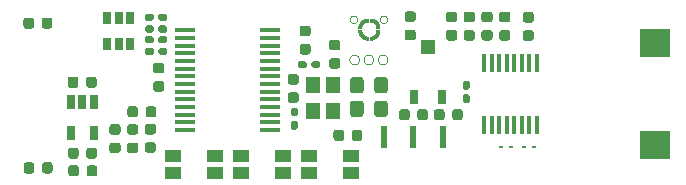
<source format=gtp>
G04 #@! TF.GenerationSoftware,KiCad,Pcbnew,5.1.10*
G04 #@! TF.CreationDate,2021-08-01T14:45:19-04:00*
G04 #@! TF.ProjectId,dac,6461632e-6b69-4636-9164-5f7063625858,rev?*
G04 #@! TF.SameCoordinates,Original*
G04 #@! TF.FileFunction,Paste,Top*
G04 #@! TF.FilePolarity,Positive*
%FSLAX46Y46*%
G04 Gerber Fmt 4.6, Leading zero omitted, Abs format (unit mm)*
G04 Created by KiCad (PCBNEW 5.1.10) date 2021-08-01 14:45:19*
%MOMM*%
%LPD*%
G01*
G04 APERTURE LIST*
%ADD10C,0.000100*%
%ADD11C,0.100000*%
%ADD12R,2.500000X2.430000*%
%ADD13R,0.650000X1.060000*%
%ADD14R,0.410000X1.640000*%
%ADD15R,1.200000X1.400000*%
%ADD16R,0.650000X1.220000*%
%ADD17R,1.750000X0.450000*%
%ADD18R,1.400000X1.050000*%
%ADD19R,0.558800X1.905000*%
%ADD20R,0.800000X1.200000*%
%ADD21R,1.200000X1.200000*%
%ADD22R,0.360000X0.250000*%
G04 APERTURE END LIST*
D10*
G36*
X147858600Y-103606600D02*
G01*
X147858598Y-103606516D01*
X147858591Y-103606433D01*
X147858580Y-103606350D01*
X147858565Y-103606267D01*
X147858545Y-103606186D01*
X147858522Y-103606106D01*
X147858494Y-103606027D01*
X147858462Y-103605949D01*
X147858426Y-103605874D01*
X147858386Y-103605800D01*
X147858342Y-103605729D01*
X147858294Y-103605660D01*
X147858243Y-103605593D01*
X147858189Y-103605529D01*
X147858131Y-103605469D01*
X147858071Y-103605411D01*
X147858007Y-103605357D01*
X147857940Y-103605306D01*
X147857871Y-103605258D01*
X147857800Y-103605214D01*
X147857726Y-103605174D01*
X147857651Y-103605138D01*
X147857573Y-103605106D01*
X147857494Y-103605078D01*
X147857414Y-103605055D01*
X147857333Y-103605035D01*
X147857250Y-103605020D01*
X147857167Y-103605009D01*
X147857084Y-103605002D01*
X147857000Y-103605000D01*
X147605000Y-103605000D01*
X147606090Y-103646607D01*
X147609355Y-103688100D01*
X147614788Y-103729365D01*
X147622373Y-103770290D01*
X147632089Y-103810761D01*
X147643910Y-103850669D01*
X147657804Y-103889903D01*
X147673731Y-103928356D01*
X147691650Y-103965922D01*
X147711510Y-104002500D01*
X147733257Y-104037988D01*
X147756831Y-104072289D01*
X147782169Y-104105310D01*
X147809200Y-104136959D01*
X147837850Y-104167150D01*
X147868041Y-104195800D01*
X147899690Y-104222831D01*
X147932711Y-104248169D01*
X147967012Y-104271743D01*
X148002500Y-104293490D01*
X148039078Y-104313350D01*
X148076644Y-104331269D01*
X148115097Y-104347196D01*
X148154331Y-104361090D01*
X148194239Y-104372911D01*
X148234710Y-104382627D01*
X148275635Y-104390212D01*
X148316900Y-104395645D01*
X148358393Y-104398910D01*
X148400000Y-104400000D01*
X148400000Y-104145000D01*
X148371739Y-104144260D01*
X148343555Y-104142042D01*
X148315525Y-104138352D01*
X148287728Y-104133200D01*
X148260238Y-104126600D01*
X148233131Y-104118571D01*
X148206481Y-104109133D01*
X148180362Y-104098315D01*
X148154845Y-104086144D01*
X148130000Y-104072654D01*
X148105895Y-104057882D01*
X148082596Y-104041869D01*
X148060167Y-104024659D01*
X148038669Y-104006298D01*
X148018162Y-103986838D01*
X147998702Y-103966331D01*
X147980341Y-103944833D01*
X147963131Y-103922404D01*
X147947118Y-103899105D01*
X147932346Y-103875000D01*
X147918856Y-103850155D01*
X147906685Y-103824638D01*
X147895867Y-103798519D01*
X147886429Y-103771869D01*
X147878400Y-103744762D01*
X147871800Y-103717272D01*
X147866648Y-103689475D01*
X147862958Y-103661445D01*
X147860740Y-103633261D01*
X147860000Y-103605000D01*
X147858600Y-103606600D01*
G37*
X147858600Y-103606600D02*
X147858598Y-103606516D01*
X147858591Y-103606433D01*
X147858580Y-103606350D01*
X147858565Y-103606267D01*
X147858545Y-103606186D01*
X147858522Y-103606106D01*
X147858494Y-103606027D01*
X147858462Y-103605949D01*
X147858426Y-103605874D01*
X147858386Y-103605800D01*
X147858342Y-103605729D01*
X147858294Y-103605660D01*
X147858243Y-103605593D01*
X147858189Y-103605529D01*
X147858131Y-103605469D01*
X147858071Y-103605411D01*
X147858007Y-103605357D01*
X147857940Y-103605306D01*
X147857871Y-103605258D01*
X147857800Y-103605214D01*
X147857726Y-103605174D01*
X147857651Y-103605138D01*
X147857573Y-103605106D01*
X147857494Y-103605078D01*
X147857414Y-103605055D01*
X147857333Y-103605035D01*
X147857250Y-103605020D01*
X147857167Y-103605009D01*
X147857084Y-103605002D01*
X147857000Y-103605000D01*
X147605000Y-103605000D01*
X147606090Y-103646607D01*
X147609355Y-103688100D01*
X147614788Y-103729365D01*
X147622373Y-103770290D01*
X147632089Y-103810761D01*
X147643910Y-103850669D01*
X147657804Y-103889903D01*
X147673731Y-103928356D01*
X147691650Y-103965922D01*
X147711510Y-104002500D01*
X147733257Y-104037988D01*
X147756831Y-104072289D01*
X147782169Y-104105310D01*
X147809200Y-104136959D01*
X147837850Y-104167150D01*
X147868041Y-104195800D01*
X147899690Y-104222831D01*
X147932711Y-104248169D01*
X147967012Y-104271743D01*
X148002500Y-104293490D01*
X148039078Y-104313350D01*
X148076644Y-104331269D01*
X148115097Y-104347196D01*
X148154331Y-104361090D01*
X148194239Y-104372911D01*
X148234710Y-104382627D01*
X148275635Y-104390212D01*
X148316900Y-104395645D01*
X148358393Y-104398910D01*
X148400000Y-104400000D01*
X148400000Y-104145000D01*
X148371739Y-104144260D01*
X148343555Y-104142042D01*
X148315525Y-104138352D01*
X148287728Y-104133200D01*
X148260238Y-104126600D01*
X148233131Y-104118571D01*
X148206481Y-104109133D01*
X148180362Y-104098315D01*
X148154845Y-104086144D01*
X148130000Y-104072654D01*
X148105895Y-104057882D01*
X148082596Y-104041869D01*
X148060167Y-104024659D01*
X148038669Y-104006298D01*
X148018162Y-103986838D01*
X147998702Y-103966331D01*
X147980341Y-103944833D01*
X147963131Y-103922404D01*
X147947118Y-103899105D01*
X147932346Y-103875000D01*
X147918856Y-103850155D01*
X147906685Y-103824638D01*
X147895867Y-103798519D01*
X147886429Y-103771869D01*
X147878400Y-103744762D01*
X147871800Y-103717272D01*
X147866648Y-103689475D01*
X147862958Y-103661445D01*
X147860740Y-103633261D01*
X147860000Y-103605000D01*
X147858600Y-103606600D01*
G36*
X148398400Y-102858600D02*
G01*
X148398484Y-102858598D01*
X148398567Y-102858591D01*
X148398650Y-102858580D01*
X148398733Y-102858565D01*
X148398814Y-102858545D01*
X148398894Y-102858522D01*
X148398973Y-102858494D01*
X148399051Y-102858462D01*
X148399126Y-102858426D01*
X148399200Y-102858386D01*
X148399271Y-102858342D01*
X148399340Y-102858294D01*
X148399407Y-102858243D01*
X148399471Y-102858189D01*
X148399531Y-102858131D01*
X148399589Y-102858071D01*
X148399643Y-102858007D01*
X148399694Y-102857940D01*
X148399742Y-102857871D01*
X148399786Y-102857800D01*
X148399826Y-102857726D01*
X148399862Y-102857651D01*
X148399894Y-102857573D01*
X148399922Y-102857494D01*
X148399945Y-102857414D01*
X148399965Y-102857333D01*
X148399980Y-102857250D01*
X148399991Y-102857167D01*
X148399998Y-102857084D01*
X148400000Y-102857000D01*
X148400000Y-102605000D01*
X148358393Y-102606090D01*
X148316900Y-102609355D01*
X148275635Y-102614788D01*
X148234710Y-102622373D01*
X148194239Y-102632089D01*
X148154331Y-102643910D01*
X148115097Y-102657804D01*
X148076644Y-102673731D01*
X148039078Y-102691650D01*
X148002500Y-102711510D01*
X147967012Y-102733257D01*
X147932711Y-102756831D01*
X147899690Y-102782169D01*
X147868041Y-102809200D01*
X147837850Y-102837850D01*
X147809200Y-102868041D01*
X147782169Y-102899690D01*
X147756831Y-102932711D01*
X147733257Y-102967012D01*
X147711510Y-103002500D01*
X147691650Y-103039078D01*
X147673731Y-103076644D01*
X147657804Y-103115097D01*
X147643910Y-103154331D01*
X147632089Y-103194239D01*
X147622373Y-103234710D01*
X147614788Y-103275635D01*
X147609355Y-103316900D01*
X147606090Y-103358393D01*
X147605000Y-103400000D01*
X147860000Y-103400000D01*
X147860740Y-103371739D01*
X147862958Y-103343555D01*
X147866648Y-103315525D01*
X147871800Y-103287728D01*
X147878400Y-103260238D01*
X147886429Y-103233131D01*
X147895867Y-103206481D01*
X147906685Y-103180362D01*
X147918856Y-103154845D01*
X147932346Y-103130000D01*
X147947118Y-103105895D01*
X147963131Y-103082596D01*
X147980341Y-103060167D01*
X147998702Y-103038669D01*
X148018162Y-103018162D01*
X148038669Y-102998702D01*
X148060167Y-102980341D01*
X148082596Y-102963131D01*
X148105895Y-102947118D01*
X148130000Y-102932346D01*
X148154845Y-102918856D01*
X148180362Y-102906685D01*
X148206481Y-102895867D01*
X148233131Y-102886429D01*
X148260238Y-102878400D01*
X148287728Y-102871800D01*
X148315525Y-102866648D01*
X148343555Y-102862958D01*
X148371739Y-102860740D01*
X148400000Y-102860000D01*
X148398400Y-102858600D01*
G37*
X148398400Y-102858600D02*
X148398484Y-102858598D01*
X148398567Y-102858591D01*
X148398650Y-102858580D01*
X148398733Y-102858565D01*
X148398814Y-102858545D01*
X148398894Y-102858522D01*
X148398973Y-102858494D01*
X148399051Y-102858462D01*
X148399126Y-102858426D01*
X148399200Y-102858386D01*
X148399271Y-102858342D01*
X148399340Y-102858294D01*
X148399407Y-102858243D01*
X148399471Y-102858189D01*
X148399531Y-102858131D01*
X148399589Y-102858071D01*
X148399643Y-102858007D01*
X148399694Y-102857940D01*
X148399742Y-102857871D01*
X148399786Y-102857800D01*
X148399826Y-102857726D01*
X148399862Y-102857651D01*
X148399894Y-102857573D01*
X148399922Y-102857494D01*
X148399945Y-102857414D01*
X148399965Y-102857333D01*
X148399980Y-102857250D01*
X148399991Y-102857167D01*
X148399998Y-102857084D01*
X148400000Y-102857000D01*
X148400000Y-102605000D01*
X148358393Y-102606090D01*
X148316900Y-102609355D01*
X148275635Y-102614788D01*
X148234710Y-102622373D01*
X148194239Y-102632089D01*
X148154331Y-102643910D01*
X148115097Y-102657804D01*
X148076644Y-102673731D01*
X148039078Y-102691650D01*
X148002500Y-102711510D01*
X147967012Y-102733257D01*
X147932711Y-102756831D01*
X147899690Y-102782169D01*
X147868041Y-102809200D01*
X147837850Y-102837850D01*
X147809200Y-102868041D01*
X147782169Y-102899690D01*
X147756831Y-102932711D01*
X147733257Y-102967012D01*
X147711510Y-103002500D01*
X147691650Y-103039078D01*
X147673731Y-103076644D01*
X147657804Y-103115097D01*
X147643910Y-103154331D01*
X147632089Y-103194239D01*
X147622373Y-103234710D01*
X147614788Y-103275635D01*
X147609355Y-103316900D01*
X147606090Y-103358393D01*
X147605000Y-103400000D01*
X147860000Y-103400000D01*
X147860740Y-103371739D01*
X147862958Y-103343555D01*
X147866648Y-103315525D01*
X147871800Y-103287728D01*
X147878400Y-103260238D01*
X147886429Y-103233131D01*
X147895867Y-103206481D01*
X147906685Y-103180362D01*
X147918856Y-103154845D01*
X147932346Y-103130000D01*
X147947118Y-103105895D01*
X147963131Y-103082596D01*
X147980341Y-103060167D01*
X147998702Y-103038669D01*
X148018162Y-103018162D01*
X148038669Y-102998702D01*
X148060167Y-102980341D01*
X148082596Y-102963131D01*
X148105895Y-102947118D01*
X148130000Y-102932346D01*
X148154845Y-102918856D01*
X148180362Y-102906685D01*
X148206481Y-102895867D01*
X148233131Y-102886429D01*
X148260238Y-102878400D01*
X148287728Y-102871800D01*
X148315525Y-102866648D01*
X148343555Y-102862958D01*
X148371739Y-102860740D01*
X148400000Y-102860000D01*
X148398400Y-102858600D01*
G36*
X148601600Y-104141400D02*
G01*
X148601516Y-104141402D01*
X148601433Y-104141409D01*
X148601350Y-104141420D01*
X148601267Y-104141435D01*
X148601186Y-104141455D01*
X148601106Y-104141478D01*
X148601027Y-104141506D01*
X148600949Y-104141538D01*
X148600874Y-104141574D01*
X148600800Y-104141614D01*
X148600729Y-104141658D01*
X148600660Y-104141706D01*
X148600593Y-104141757D01*
X148600529Y-104141811D01*
X148600469Y-104141869D01*
X148600411Y-104141929D01*
X148600357Y-104141993D01*
X148600306Y-104142060D01*
X148600258Y-104142129D01*
X148600214Y-104142200D01*
X148600174Y-104142274D01*
X148600138Y-104142349D01*
X148600106Y-104142427D01*
X148600078Y-104142506D01*
X148600055Y-104142586D01*
X148600035Y-104142667D01*
X148600020Y-104142750D01*
X148600009Y-104142833D01*
X148600002Y-104142916D01*
X148600000Y-104143000D01*
X148600000Y-104395000D01*
X148641607Y-104393910D01*
X148683100Y-104390645D01*
X148724365Y-104385212D01*
X148765290Y-104377627D01*
X148805761Y-104367911D01*
X148845669Y-104356090D01*
X148884903Y-104342196D01*
X148923356Y-104326269D01*
X148960922Y-104308350D01*
X148997500Y-104288490D01*
X149032988Y-104266743D01*
X149067289Y-104243169D01*
X149100310Y-104217831D01*
X149131959Y-104190800D01*
X149162150Y-104162150D01*
X149190800Y-104131959D01*
X149217831Y-104100310D01*
X149243169Y-104067289D01*
X149266743Y-104032988D01*
X149288490Y-103997500D01*
X149308350Y-103960922D01*
X149326269Y-103923356D01*
X149342196Y-103884903D01*
X149356090Y-103845669D01*
X149367911Y-103805761D01*
X149377627Y-103765290D01*
X149385212Y-103724365D01*
X149390645Y-103683100D01*
X149393910Y-103641607D01*
X149395000Y-103600000D01*
X149140000Y-103600000D01*
X149139260Y-103628261D01*
X149137042Y-103656445D01*
X149133352Y-103684475D01*
X149128200Y-103712272D01*
X149121600Y-103739762D01*
X149113571Y-103766869D01*
X149104133Y-103793519D01*
X149093315Y-103819638D01*
X149081144Y-103845155D01*
X149067654Y-103870000D01*
X149052882Y-103894105D01*
X149036869Y-103917404D01*
X149019659Y-103939833D01*
X149001298Y-103961331D01*
X148981838Y-103981838D01*
X148961331Y-104001298D01*
X148939833Y-104019659D01*
X148917404Y-104036869D01*
X148894105Y-104052882D01*
X148870000Y-104067654D01*
X148845155Y-104081144D01*
X148819638Y-104093315D01*
X148793519Y-104104133D01*
X148766869Y-104113571D01*
X148739762Y-104121600D01*
X148712272Y-104128200D01*
X148684475Y-104133352D01*
X148656445Y-104137042D01*
X148628261Y-104139260D01*
X148600000Y-104140000D01*
X148601600Y-104141400D01*
G37*
X148601600Y-104141400D02*
X148601516Y-104141402D01*
X148601433Y-104141409D01*
X148601350Y-104141420D01*
X148601267Y-104141435D01*
X148601186Y-104141455D01*
X148601106Y-104141478D01*
X148601027Y-104141506D01*
X148600949Y-104141538D01*
X148600874Y-104141574D01*
X148600800Y-104141614D01*
X148600729Y-104141658D01*
X148600660Y-104141706D01*
X148600593Y-104141757D01*
X148600529Y-104141811D01*
X148600469Y-104141869D01*
X148600411Y-104141929D01*
X148600357Y-104141993D01*
X148600306Y-104142060D01*
X148600258Y-104142129D01*
X148600214Y-104142200D01*
X148600174Y-104142274D01*
X148600138Y-104142349D01*
X148600106Y-104142427D01*
X148600078Y-104142506D01*
X148600055Y-104142586D01*
X148600035Y-104142667D01*
X148600020Y-104142750D01*
X148600009Y-104142833D01*
X148600002Y-104142916D01*
X148600000Y-104143000D01*
X148600000Y-104395000D01*
X148641607Y-104393910D01*
X148683100Y-104390645D01*
X148724365Y-104385212D01*
X148765290Y-104377627D01*
X148805761Y-104367911D01*
X148845669Y-104356090D01*
X148884903Y-104342196D01*
X148923356Y-104326269D01*
X148960922Y-104308350D01*
X148997500Y-104288490D01*
X149032988Y-104266743D01*
X149067289Y-104243169D01*
X149100310Y-104217831D01*
X149131959Y-104190800D01*
X149162150Y-104162150D01*
X149190800Y-104131959D01*
X149217831Y-104100310D01*
X149243169Y-104067289D01*
X149266743Y-104032988D01*
X149288490Y-103997500D01*
X149308350Y-103960922D01*
X149326269Y-103923356D01*
X149342196Y-103884903D01*
X149356090Y-103845669D01*
X149367911Y-103805761D01*
X149377627Y-103765290D01*
X149385212Y-103724365D01*
X149390645Y-103683100D01*
X149393910Y-103641607D01*
X149395000Y-103600000D01*
X149140000Y-103600000D01*
X149139260Y-103628261D01*
X149137042Y-103656445D01*
X149133352Y-103684475D01*
X149128200Y-103712272D01*
X149121600Y-103739762D01*
X149113571Y-103766869D01*
X149104133Y-103793519D01*
X149093315Y-103819638D01*
X149081144Y-103845155D01*
X149067654Y-103870000D01*
X149052882Y-103894105D01*
X149036869Y-103917404D01*
X149019659Y-103939833D01*
X149001298Y-103961331D01*
X148981838Y-103981838D01*
X148961331Y-104001298D01*
X148939833Y-104019659D01*
X148917404Y-104036869D01*
X148894105Y-104052882D01*
X148870000Y-104067654D01*
X148845155Y-104081144D01*
X148819638Y-104093315D01*
X148793519Y-104104133D01*
X148766869Y-104113571D01*
X148739762Y-104121600D01*
X148712272Y-104128200D01*
X148684475Y-104133352D01*
X148656445Y-104137042D01*
X148628261Y-104139260D01*
X148600000Y-104140000D01*
X148601600Y-104141400D01*
G36*
X149141400Y-103398400D02*
G01*
X149141402Y-103398484D01*
X149141409Y-103398567D01*
X149141420Y-103398650D01*
X149141435Y-103398733D01*
X149141455Y-103398814D01*
X149141478Y-103398894D01*
X149141506Y-103398973D01*
X149141538Y-103399051D01*
X149141574Y-103399126D01*
X149141614Y-103399200D01*
X149141658Y-103399271D01*
X149141706Y-103399340D01*
X149141757Y-103399407D01*
X149141811Y-103399471D01*
X149141869Y-103399531D01*
X149141929Y-103399589D01*
X149141993Y-103399643D01*
X149142060Y-103399694D01*
X149142129Y-103399742D01*
X149142200Y-103399786D01*
X149142274Y-103399826D01*
X149142349Y-103399862D01*
X149142427Y-103399894D01*
X149142506Y-103399922D01*
X149142586Y-103399945D01*
X149142667Y-103399965D01*
X149142750Y-103399980D01*
X149142833Y-103399991D01*
X149142916Y-103399998D01*
X149143000Y-103400000D01*
X149395000Y-103400000D01*
X149393910Y-103358393D01*
X149390645Y-103316900D01*
X149385212Y-103275635D01*
X149377627Y-103234710D01*
X149367911Y-103194239D01*
X149356090Y-103154331D01*
X149342196Y-103115097D01*
X149326269Y-103076644D01*
X149308350Y-103039078D01*
X149288490Y-103002500D01*
X149266743Y-102967012D01*
X149243169Y-102932711D01*
X149217831Y-102899690D01*
X149190800Y-102868041D01*
X149162150Y-102837850D01*
X149131959Y-102809200D01*
X149100310Y-102782169D01*
X149067289Y-102756831D01*
X149032988Y-102733257D01*
X148997500Y-102711510D01*
X148960922Y-102691650D01*
X148923356Y-102673731D01*
X148884903Y-102657804D01*
X148845669Y-102643910D01*
X148805761Y-102632089D01*
X148765290Y-102622373D01*
X148724365Y-102614788D01*
X148683100Y-102609355D01*
X148641607Y-102606090D01*
X148600000Y-102605000D01*
X148600000Y-102860000D01*
X148628261Y-102860740D01*
X148656445Y-102862958D01*
X148684475Y-102866648D01*
X148712272Y-102871800D01*
X148739762Y-102878400D01*
X148766869Y-102886429D01*
X148793519Y-102895867D01*
X148819638Y-102906685D01*
X148845155Y-102918856D01*
X148870000Y-102932346D01*
X148894105Y-102947118D01*
X148917404Y-102963131D01*
X148939833Y-102980341D01*
X148961331Y-102998702D01*
X148981838Y-103018162D01*
X149001298Y-103038669D01*
X149019659Y-103060167D01*
X149036869Y-103082596D01*
X149052882Y-103105895D01*
X149067654Y-103130000D01*
X149081144Y-103154845D01*
X149093315Y-103180362D01*
X149104133Y-103206481D01*
X149113571Y-103233131D01*
X149121600Y-103260238D01*
X149128200Y-103287728D01*
X149133352Y-103315525D01*
X149137042Y-103343555D01*
X149139260Y-103371739D01*
X149140000Y-103400000D01*
X149141400Y-103398400D01*
G37*
X149141400Y-103398400D02*
X149141402Y-103398484D01*
X149141409Y-103398567D01*
X149141420Y-103398650D01*
X149141435Y-103398733D01*
X149141455Y-103398814D01*
X149141478Y-103398894D01*
X149141506Y-103398973D01*
X149141538Y-103399051D01*
X149141574Y-103399126D01*
X149141614Y-103399200D01*
X149141658Y-103399271D01*
X149141706Y-103399340D01*
X149141757Y-103399407D01*
X149141811Y-103399471D01*
X149141869Y-103399531D01*
X149141929Y-103399589D01*
X149141993Y-103399643D01*
X149142060Y-103399694D01*
X149142129Y-103399742D01*
X149142200Y-103399786D01*
X149142274Y-103399826D01*
X149142349Y-103399862D01*
X149142427Y-103399894D01*
X149142506Y-103399922D01*
X149142586Y-103399945D01*
X149142667Y-103399965D01*
X149142750Y-103399980D01*
X149142833Y-103399991D01*
X149142916Y-103399998D01*
X149143000Y-103400000D01*
X149395000Y-103400000D01*
X149393910Y-103358393D01*
X149390645Y-103316900D01*
X149385212Y-103275635D01*
X149377627Y-103234710D01*
X149367911Y-103194239D01*
X149356090Y-103154331D01*
X149342196Y-103115097D01*
X149326269Y-103076644D01*
X149308350Y-103039078D01*
X149288490Y-103002500D01*
X149266743Y-102967012D01*
X149243169Y-102932711D01*
X149217831Y-102899690D01*
X149190800Y-102868041D01*
X149162150Y-102837850D01*
X149131959Y-102809200D01*
X149100310Y-102782169D01*
X149067289Y-102756831D01*
X149032988Y-102733257D01*
X148997500Y-102711510D01*
X148960922Y-102691650D01*
X148923356Y-102673731D01*
X148884903Y-102657804D01*
X148845669Y-102643910D01*
X148805761Y-102632089D01*
X148765290Y-102622373D01*
X148724365Y-102614788D01*
X148683100Y-102609355D01*
X148641607Y-102606090D01*
X148600000Y-102605000D01*
X148600000Y-102860000D01*
X148628261Y-102860740D01*
X148656445Y-102862958D01*
X148684475Y-102866648D01*
X148712272Y-102871800D01*
X148739762Y-102878400D01*
X148766869Y-102886429D01*
X148793519Y-102895867D01*
X148819638Y-102906685D01*
X148845155Y-102918856D01*
X148870000Y-102932346D01*
X148894105Y-102947118D01*
X148917404Y-102963131D01*
X148939833Y-102980341D01*
X148961331Y-102998702D01*
X148981838Y-103018162D01*
X149001298Y-103038669D01*
X149019659Y-103060167D01*
X149036869Y-103082596D01*
X149052882Y-103105895D01*
X149067654Y-103130000D01*
X149081144Y-103154845D01*
X149093315Y-103180362D01*
X149104133Y-103206481D01*
X149113571Y-103233131D01*
X149121600Y-103260238D01*
X149128200Y-103287728D01*
X149133352Y-103315525D01*
X149137042Y-103343555D01*
X149139260Y-103371739D01*
X149140000Y-103400000D01*
X149141400Y-103398400D01*
D11*
X150094500Y-102710000D02*
G75*
G03*
X150094500Y-102710000I-324500J0D01*
G01*
X147554500Y-102710000D02*
G75*
G03*
X147554500Y-102710000I-324500J0D01*
G01*
X150125000Y-106120000D02*
G75*
G03*
X150125000Y-106120000I-425000J0D01*
G01*
X147725000Y-106120000D02*
G75*
G03*
X147725000Y-106120000I-425000J0D01*
G01*
X148925000Y-106120000D02*
G75*
G03*
X148925000Y-106120000I-425000J0D01*
G01*
D12*
X172750000Y-104715000D03*
X172750000Y-113285000D03*
G36*
G01*
X123900000Y-107750000D02*
X123900000Y-108250000D01*
G75*
G02*
X123675000Y-108475000I-225000J0D01*
G01*
X123225000Y-108475000D01*
G75*
G02*
X123000000Y-108250000I0J225000D01*
G01*
X123000000Y-107750000D01*
G75*
G02*
X123225000Y-107525000I225000J0D01*
G01*
X123675000Y-107525000D01*
G75*
G02*
X123900000Y-107750000I0J-225000D01*
G01*
G37*
G36*
G01*
X125450000Y-107750000D02*
X125450000Y-108250000D01*
G75*
G02*
X125225000Y-108475000I-225000J0D01*
G01*
X124775000Y-108475000D01*
G75*
G02*
X124550000Y-108250000I0J225000D01*
G01*
X124550000Y-107750000D01*
G75*
G02*
X124775000Y-107525000I225000J0D01*
G01*
X125225000Y-107525000D01*
G75*
G02*
X125450000Y-107750000I0J-225000D01*
G01*
G37*
D13*
X126350000Y-104750000D03*
X127300000Y-104750000D03*
X128250000Y-104750000D03*
X128250000Y-102550000D03*
X126350000Y-102550000D03*
X127300000Y-102550000D03*
D14*
X162722500Y-106365000D03*
X162087500Y-106365000D03*
X161452500Y-106365000D03*
X160817500Y-106365000D03*
X160182500Y-106365000D03*
X159547500Y-106365000D03*
X158912500Y-106365000D03*
X158277500Y-106365000D03*
X158277500Y-111635000D03*
X158912500Y-111635000D03*
X159547500Y-111635000D03*
X160182500Y-111635000D03*
X160817500Y-111635000D03*
X161452500Y-111635000D03*
X162087500Y-111635000D03*
X162722500Y-111635000D03*
D15*
X145500000Y-108250000D03*
X145500000Y-110450000D03*
X143800000Y-110450000D03*
X143800000Y-108250000D03*
D16*
X125200000Y-112310000D03*
X123300000Y-112310000D03*
X123300000Y-109690000D03*
X124250000Y-109690000D03*
X125200000Y-109690000D03*
D17*
X140100000Y-103600000D03*
X140100000Y-104250000D03*
X140100000Y-104900000D03*
X140100000Y-105550000D03*
X140100000Y-106200000D03*
X140100000Y-106850000D03*
X140100000Y-107500000D03*
X140100000Y-108150000D03*
X140100000Y-108800000D03*
X140100000Y-109450000D03*
X140100000Y-110100000D03*
X140100000Y-110750000D03*
X140100000Y-111400000D03*
X140100000Y-112050000D03*
X132900000Y-112050000D03*
X132900000Y-111400000D03*
X132900000Y-110750000D03*
X132900000Y-110100000D03*
X132900000Y-109450000D03*
X132900000Y-108800000D03*
X132900000Y-108150000D03*
X132900000Y-107500000D03*
X132900000Y-106850000D03*
X132900000Y-106200000D03*
X132900000Y-105550000D03*
X132900000Y-104900000D03*
X132900000Y-104250000D03*
X132900000Y-103600000D03*
D18*
X135500000Y-115675000D03*
X131900000Y-115675000D03*
X135500000Y-114225000D03*
X131900000Y-114225000D03*
X141250000Y-115700000D03*
X137650000Y-115700000D03*
X141250000Y-114250000D03*
X137650000Y-114250000D03*
X147000000Y-115675000D03*
X143400000Y-115675000D03*
X147000000Y-114225000D03*
X143400000Y-114225000D03*
D19*
X154750000Y-112602900D03*
X152250000Y-112602900D03*
X149750000Y-112602900D03*
D20*
X152325000Y-109250000D03*
X154675000Y-109250000D03*
D21*
X153500000Y-105000000D03*
G36*
G01*
X141850000Y-108850000D02*
X142350000Y-108850000D01*
G75*
G02*
X142575000Y-109075000I0J-225000D01*
G01*
X142575000Y-109525000D01*
G75*
G02*
X142350000Y-109750000I-225000J0D01*
G01*
X141850000Y-109750000D01*
G75*
G02*
X141625000Y-109525000I0J225000D01*
G01*
X141625000Y-109075000D01*
G75*
G02*
X141850000Y-108850000I225000J0D01*
G01*
G37*
G36*
G01*
X141850000Y-107300000D02*
X142350000Y-107300000D01*
G75*
G02*
X142575000Y-107525000I0J-225000D01*
G01*
X142575000Y-107975000D01*
G75*
G02*
X142350000Y-108200000I-225000J0D01*
G01*
X141850000Y-108200000D01*
G75*
G02*
X141625000Y-107975000I0J225000D01*
G01*
X141625000Y-107525000D01*
G75*
G02*
X141850000Y-107300000I225000J0D01*
G01*
G37*
G36*
G01*
X130250000Y-112425000D02*
X129750000Y-112425000D01*
G75*
G02*
X129525000Y-112200000I0J225000D01*
G01*
X129525000Y-111750000D01*
G75*
G02*
X129750000Y-111525000I225000J0D01*
G01*
X130250000Y-111525000D01*
G75*
G02*
X130475000Y-111750000I0J-225000D01*
G01*
X130475000Y-112200000D01*
G75*
G02*
X130250000Y-112425000I-225000J0D01*
G01*
G37*
G36*
G01*
X130250000Y-113975000D02*
X129750000Y-113975000D01*
G75*
G02*
X129525000Y-113750000I0J225000D01*
G01*
X129525000Y-113300000D01*
G75*
G02*
X129750000Y-113075000I225000J0D01*
G01*
X130250000Y-113075000D01*
G75*
G02*
X130475000Y-113300000I0J-225000D01*
G01*
X130475000Y-113750000D01*
G75*
G02*
X130250000Y-113975000I-225000J0D01*
G01*
G37*
G36*
G01*
X128750000Y-112450000D02*
X128250000Y-112450000D01*
G75*
G02*
X128025000Y-112225000I0J225000D01*
G01*
X128025000Y-111775000D01*
G75*
G02*
X128250000Y-111550000I225000J0D01*
G01*
X128750000Y-111550000D01*
G75*
G02*
X128975000Y-111775000I0J-225000D01*
G01*
X128975000Y-112225000D01*
G75*
G02*
X128750000Y-112450000I-225000J0D01*
G01*
G37*
G36*
G01*
X128750000Y-114000000D02*
X128250000Y-114000000D01*
G75*
G02*
X128025000Y-113775000I0J225000D01*
G01*
X128025000Y-113325000D01*
G75*
G02*
X128250000Y-113100000I225000J0D01*
G01*
X128750000Y-113100000D01*
G75*
G02*
X128975000Y-113325000I0J-225000D01*
G01*
X128975000Y-113775000D01*
G75*
G02*
X128750000Y-114000000I-225000J0D01*
G01*
G37*
G36*
G01*
X127250000Y-112450000D02*
X126750000Y-112450000D01*
G75*
G02*
X126525000Y-112225000I0J225000D01*
G01*
X126525000Y-111775000D01*
G75*
G02*
X126750000Y-111550000I225000J0D01*
G01*
X127250000Y-111550000D01*
G75*
G02*
X127475000Y-111775000I0J-225000D01*
G01*
X127475000Y-112225000D01*
G75*
G02*
X127250000Y-112450000I-225000J0D01*
G01*
G37*
G36*
G01*
X127250000Y-114000000D02*
X126750000Y-114000000D01*
G75*
G02*
X126525000Y-113775000I0J225000D01*
G01*
X126525000Y-113325000D01*
G75*
G02*
X126750000Y-113100000I225000J0D01*
G01*
X127250000Y-113100000D01*
G75*
G02*
X127475000Y-113325000I0J-225000D01*
G01*
X127475000Y-113775000D01*
G75*
G02*
X127250000Y-114000000I-225000J0D01*
G01*
G37*
G36*
G01*
X131417500Y-104245000D02*
X131417500Y-104555000D01*
G75*
G02*
X131262500Y-104710000I-155000J0D01*
G01*
X130837500Y-104710000D01*
G75*
G02*
X130682500Y-104555000I0J155000D01*
G01*
X130682500Y-104245000D01*
G75*
G02*
X130837500Y-104090000I155000J0D01*
G01*
X131262500Y-104090000D01*
G75*
G02*
X131417500Y-104245000I0J-155000D01*
G01*
G37*
G36*
G01*
X130282500Y-104245000D02*
X130282500Y-104555000D01*
G75*
G02*
X130127500Y-104710000I-155000J0D01*
G01*
X129702500Y-104710000D01*
G75*
G02*
X129547500Y-104555000I0J155000D01*
G01*
X129547500Y-104245000D01*
G75*
G02*
X129702500Y-104090000I155000J0D01*
G01*
X130127500Y-104090000D01*
G75*
G02*
X130282500Y-104245000I0J-155000D01*
G01*
G37*
G36*
G01*
X130282500Y-103345000D02*
X130282500Y-103655000D01*
G75*
G02*
X130127500Y-103810000I-155000J0D01*
G01*
X129702500Y-103810000D01*
G75*
G02*
X129547500Y-103655000I0J155000D01*
G01*
X129547500Y-103345000D01*
G75*
G02*
X129702500Y-103190000I155000J0D01*
G01*
X130127500Y-103190000D01*
G75*
G02*
X130282500Y-103345000I0J-155000D01*
G01*
G37*
G36*
G01*
X131417500Y-103345000D02*
X131417500Y-103655000D01*
G75*
G02*
X131262500Y-103810000I-155000J0D01*
G01*
X130837500Y-103810000D01*
G75*
G02*
X130682500Y-103655000I0J155000D01*
G01*
X130682500Y-103345000D01*
G75*
G02*
X130837500Y-103190000I155000J0D01*
G01*
X131262500Y-103190000D01*
G75*
G02*
X131417500Y-103345000I0J-155000D01*
G01*
G37*
G36*
G01*
X120150000Y-102750000D02*
X120150000Y-103250000D01*
G75*
G02*
X119925000Y-103475000I-225000J0D01*
G01*
X119475000Y-103475000D01*
G75*
G02*
X119250000Y-103250000I0J225000D01*
G01*
X119250000Y-102750000D01*
G75*
G02*
X119475000Y-102525000I225000J0D01*
G01*
X119925000Y-102525000D01*
G75*
G02*
X120150000Y-102750000I0J-225000D01*
G01*
G37*
G36*
G01*
X121700000Y-102750000D02*
X121700000Y-103250000D01*
G75*
G02*
X121475000Y-103475000I-225000J0D01*
G01*
X121025000Y-103475000D01*
G75*
G02*
X120800000Y-103250000I0J225000D01*
G01*
X120800000Y-102750000D01*
G75*
G02*
X121025000Y-102525000I225000J0D01*
G01*
X121475000Y-102525000D01*
G75*
G02*
X121700000Y-102750000I0J-225000D01*
G01*
G37*
G36*
G01*
X145850000Y-105300000D02*
X145350000Y-105300000D01*
G75*
G02*
X145125000Y-105075000I0J225000D01*
G01*
X145125000Y-104625000D01*
G75*
G02*
X145350000Y-104400000I225000J0D01*
G01*
X145850000Y-104400000D01*
G75*
G02*
X146075000Y-104625000I0J-225000D01*
G01*
X146075000Y-105075000D01*
G75*
G02*
X145850000Y-105300000I-225000J0D01*
G01*
G37*
G36*
G01*
X145850000Y-106850000D02*
X145350000Y-106850000D01*
G75*
G02*
X145125000Y-106625000I0J225000D01*
G01*
X145125000Y-106175000D01*
G75*
G02*
X145350000Y-105950000I225000J0D01*
G01*
X145850000Y-105950000D01*
G75*
G02*
X146075000Y-106175000I0J-225000D01*
G01*
X146075000Y-106625000D01*
G75*
G02*
X145850000Y-106850000I-225000J0D01*
G01*
G37*
G36*
G01*
X120825000Y-115500000D02*
X120825000Y-115000000D01*
G75*
G02*
X121050000Y-114775000I225000J0D01*
G01*
X121500000Y-114775000D01*
G75*
G02*
X121725000Y-115000000I0J-225000D01*
G01*
X121725000Y-115500000D01*
G75*
G02*
X121500000Y-115725000I-225000J0D01*
G01*
X121050000Y-115725000D01*
G75*
G02*
X120825000Y-115500000I0J225000D01*
G01*
G37*
G36*
G01*
X119275000Y-115500000D02*
X119275000Y-115000000D01*
G75*
G02*
X119500000Y-114775000I225000J0D01*
G01*
X119950000Y-114775000D01*
G75*
G02*
X120175000Y-115000000I0J-225000D01*
G01*
X120175000Y-115500000D01*
G75*
G02*
X119950000Y-115725000I-225000J0D01*
G01*
X119500000Y-115725000D01*
G75*
G02*
X119275000Y-115500000I0J225000D01*
G01*
G37*
G36*
G01*
X151950000Y-110500000D02*
X151950000Y-111000000D01*
G75*
G02*
X151725000Y-111225000I-225000J0D01*
G01*
X151275000Y-111225000D01*
G75*
G02*
X151050000Y-111000000I0J225000D01*
G01*
X151050000Y-110500000D01*
G75*
G02*
X151275000Y-110275000I225000J0D01*
G01*
X151725000Y-110275000D01*
G75*
G02*
X151950000Y-110500000I0J-225000D01*
G01*
G37*
G36*
G01*
X153500000Y-110500000D02*
X153500000Y-111000000D01*
G75*
G02*
X153275000Y-111225000I-225000J0D01*
G01*
X152825000Y-111225000D01*
G75*
G02*
X152600000Y-111000000I0J225000D01*
G01*
X152600000Y-110500000D01*
G75*
G02*
X152825000Y-110275000I225000J0D01*
G01*
X153275000Y-110275000D01*
G75*
G02*
X153500000Y-110500000I0J-225000D01*
G01*
G37*
G36*
G01*
X155750000Y-102925000D02*
X155250000Y-102925000D01*
G75*
G02*
X155025000Y-102700000I0J225000D01*
G01*
X155025000Y-102250000D01*
G75*
G02*
X155250000Y-102025000I225000J0D01*
G01*
X155750000Y-102025000D01*
G75*
G02*
X155975000Y-102250000I0J-225000D01*
G01*
X155975000Y-102700000D01*
G75*
G02*
X155750000Y-102925000I-225000J0D01*
G01*
G37*
G36*
G01*
X155750000Y-104475000D02*
X155250000Y-104475000D01*
G75*
G02*
X155025000Y-104250000I0J225000D01*
G01*
X155025000Y-103800000D01*
G75*
G02*
X155250000Y-103575000I225000J0D01*
G01*
X155750000Y-103575000D01*
G75*
G02*
X155975000Y-103800000I0J-225000D01*
G01*
X155975000Y-104250000D01*
G75*
G02*
X155750000Y-104475000I-225000J0D01*
G01*
G37*
D22*
X159660000Y-113500000D03*
X160500000Y-113500000D03*
X162500000Y-113500000D03*
X161660000Y-113500000D03*
G36*
G01*
X148950000Y-110700001D02*
X148950000Y-109799999D01*
G75*
G02*
X149199999Y-109550000I249999J0D01*
G01*
X149850001Y-109550000D01*
G75*
G02*
X150100000Y-109799999I0J-249999D01*
G01*
X150100000Y-110700001D01*
G75*
G02*
X149850001Y-110950000I-249999J0D01*
G01*
X149199999Y-110950000D01*
G75*
G02*
X148950000Y-110700001I0J249999D01*
G01*
G37*
G36*
G01*
X146900000Y-110700001D02*
X146900000Y-109799999D01*
G75*
G02*
X147149999Y-109550000I249999J0D01*
G01*
X147800001Y-109550000D01*
G75*
G02*
X148050000Y-109799999I0J-249999D01*
G01*
X148050000Y-110700001D01*
G75*
G02*
X147800001Y-110950000I-249999J0D01*
G01*
X147149999Y-110950000D01*
G75*
G02*
X146900000Y-110700001I0J249999D01*
G01*
G37*
G36*
G01*
X148050000Y-107799999D02*
X148050000Y-108700001D01*
G75*
G02*
X147800001Y-108950000I-249999J0D01*
G01*
X147149999Y-108950000D01*
G75*
G02*
X146900000Y-108700001I0J249999D01*
G01*
X146900000Y-107799999D01*
G75*
G02*
X147149999Y-107550000I249999J0D01*
G01*
X147800001Y-107550000D01*
G75*
G02*
X148050000Y-107799999I0J-249999D01*
G01*
G37*
G36*
G01*
X150100000Y-107799999D02*
X150100000Y-108700001D01*
G75*
G02*
X149850001Y-108950000I-249999J0D01*
G01*
X149199999Y-108950000D01*
G75*
G02*
X148950000Y-108700001I0J249999D01*
G01*
X148950000Y-107799999D01*
G75*
G02*
X149199999Y-107550000I249999J0D01*
G01*
X149850001Y-107550000D01*
G75*
G02*
X150100000Y-107799999I0J-249999D01*
G01*
G37*
G36*
G01*
X124575000Y-114250000D02*
X124575000Y-113750000D01*
G75*
G02*
X124800000Y-113525000I225000J0D01*
G01*
X125250000Y-113525000D01*
G75*
G02*
X125475000Y-113750000I0J-225000D01*
G01*
X125475000Y-114250000D01*
G75*
G02*
X125250000Y-114475000I-225000J0D01*
G01*
X124800000Y-114475000D01*
G75*
G02*
X124575000Y-114250000I0J225000D01*
G01*
G37*
G36*
G01*
X123025000Y-114250000D02*
X123025000Y-113750000D01*
G75*
G02*
X123250000Y-113525000I225000J0D01*
G01*
X123700000Y-113525000D01*
G75*
G02*
X123925000Y-113750000I0J-225000D01*
G01*
X123925000Y-114250000D01*
G75*
G02*
X123700000Y-114475000I-225000J0D01*
G01*
X123250000Y-114475000D01*
G75*
G02*
X123025000Y-114250000I0J225000D01*
G01*
G37*
G36*
G01*
X129600000Y-110750000D02*
X129600000Y-110250000D01*
G75*
G02*
X129825000Y-110025000I225000J0D01*
G01*
X130275000Y-110025000D01*
G75*
G02*
X130500000Y-110250000I0J-225000D01*
G01*
X130500000Y-110750000D01*
G75*
G02*
X130275000Y-110975000I-225000J0D01*
G01*
X129825000Y-110975000D01*
G75*
G02*
X129600000Y-110750000I0J225000D01*
G01*
G37*
G36*
G01*
X128050000Y-110750000D02*
X128050000Y-110250000D01*
G75*
G02*
X128275000Y-110025000I225000J0D01*
G01*
X128725000Y-110025000D01*
G75*
G02*
X128950000Y-110250000I0J-225000D01*
G01*
X128950000Y-110750000D01*
G75*
G02*
X128725000Y-110975000I-225000J0D01*
G01*
X128275000Y-110975000D01*
G75*
G02*
X128050000Y-110750000I0J225000D01*
G01*
G37*
G36*
G01*
X123950000Y-115250000D02*
X123950000Y-115750000D01*
G75*
G02*
X123725000Y-115975000I-225000J0D01*
G01*
X123275000Y-115975000D01*
G75*
G02*
X123050000Y-115750000I0J225000D01*
G01*
X123050000Y-115250000D01*
G75*
G02*
X123275000Y-115025000I225000J0D01*
G01*
X123725000Y-115025000D01*
G75*
G02*
X123950000Y-115250000I0J-225000D01*
G01*
G37*
G36*
G01*
X125500000Y-115250000D02*
X125500000Y-115750000D01*
G75*
G02*
X125275000Y-115975000I-225000J0D01*
G01*
X124825000Y-115975000D01*
G75*
G02*
X124600000Y-115750000I0J225000D01*
G01*
X124600000Y-115250000D01*
G75*
G02*
X124825000Y-115025000I225000J0D01*
G01*
X125275000Y-115025000D01*
G75*
G02*
X125500000Y-115250000I0J-225000D01*
G01*
G37*
G36*
G01*
X143350000Y-104100000D02*
X142850000Y-104100000D01*
G75*
G02*
X142625000Y-103875000I0J225000D01*
G01*
X142625000Y-103425000D01*
G75*
G02*
X142850000Y-103200000I225000J0D01*
G01*
X143350000Y-103200000D01*
G75*
G02*
X143575000Y-103425000I0J-225000D01*
G01*
X143575000Y-103875000D01*
G75*
G02*
X143350000Y-104100000I-225000J0D01*
G01*
G37*
G36*
G01*
X143350000Y-105650000D02*
X142850000Y-105650000D01*
G75*
G02*
X142625000Y-105425000I0J225000D01*
G01*
X142625000Y-104975000D01*
G75*
G02*
X142850000Y-104750000I225000J0D01*
G01*
X143350000Y-104750000D01*
G75*
G02*
X143575000Y-104975000I0J-225000D01*
G01*
X143575000Y-105425000D01*
G75*
G02*
X143350000Y-105650000I-225000J0D01*
G01*
G37*
G36*
G01*
X156750000Y-103575000D02*
X157250000Y-103575000D01*
G75*
G02*
X157475000Y-103800000I0J-225000D01*
G01*
X157475000Y-104250000D01*
G75*
G02*
X157250000Y-104475000I-225000J0D01*
G01*
X156750000Y-104475000D01*
G75*
G02*
X156525000Y-104250000I0J225000D01*
G01*
X156525000Y-103800000D01*
G75*
G02*
X156750000Y-103575000I225000J0D01*
G01*
G37*
G36*
G01*
X156750000Y-102025000D02*
X157250000Y-102025000D01*
G75*
G02*
X157475000Y-102250000I0J-225000D01*
G01*
X157475000Y-102700000D01*
G75*
G02*
X157250000Y-102925000I-225000J0D01*
G01*
X156750000Y-102925000D01*
G75*
G02*
X156525000Y-102700000I0J225000D01*
G01*
X156525000Y-102250000D01*
G75*
G02*
X156750000Y-102025000I225000J0D01*
G01*
G37*
G36*
G01*
X142345000Y-112022500D02*
X142035000Y-112022500D01*
G75*
G02*
X141880000Y-111867500I0J155000D01*
G01*
X141880000Y-111442500D01*
G75*
G02*
X142035000Y-111287500I155000J0D01*
G01*
X142345000Y-111287500D01*
G75*
G02*
X142500000Y-111442500I0J-155000D01*
G01*
X142500000Y-111867500D01*
G75*
G02*
X142345000Y-112022500I-155000J0D01*
G01*
G37*
G36*
G01*
X142345000Y-110887500D02*
X142035000Y-110887500D01*
G75*
G02*
X141880000Y-110732500I0J155000D01*
G01*
X141880000Y-110307500D01*
G75*
G02*
X142035000Y-110152500I155000J0D01*
G01*
X142345000Y-110152500D01*
G75*
G02*
X142500000Y-110307500I0J-155000D01*
G01*
X142500000Y-110732500D01*
G75*
G02*
X142345000Y-110887500I-155000J0D01*
G01*
G37*
G36*
G01*
X143232500Y-106345000D02*
X143232500Y-106655000D01*
G75*
G02*
X143077500Y-106810000I-155000J0D01*
G01*
X142652500Y-106810000D01*
G75*
G02*
X142497500Y-106655000I0J155000D01*
G01*
X142497500Y-106345000D01*
G75*
G02*
X142652500Y-106190000I155000J0D01*
G01*
X143077500Y-106190000D01*
G75*
G02*
X143232500Y-106345000I0J-155000D01*
G01*
G37*
G36*
G01*
X144367500Y-106345000D02*
X144367500Y-106655000D01*
G75*
G02*
X144212500Y-106810000I-155000J0D01*
G01*
X143787500Y-106810000D01*
G75*
G02*
X143632500Y-106655000I0J155000D01*
G01*
X143632500Y-106345000D01*
G75*
G02*
X143787500Y-106190000I155000J0D01*
G01*
X144212500Y-106190000D01*
G75*
G02*
X144367500Y-106345000I0J-155000D01*
G01*
G37*
G36*
G01*
X158250000Y-103575000D02*
X158750000Y-103575000D01*
G75*
G02*
X158975000Y-103800000I0J-225000D01*
G01*
X158975000Y-104250000D01*
G75*
G02*
X158750000Y-104475000I-225000J0D01*
G01*
X158250000Y-104475000D01*
G75*
G02*
X158025000Y-104250000I0J225000D01*
G01*
X158025000Y-103800000D01*
G75*
G02*
X158250000Y-103575000I225000J0D01*
G01*
G37*
G36*
G01*
X158250000Y-102025000D02*
X158750000Y-102025000D01*
G75*
G02*
X158975000Y-102250000I0J-225000D01*
G01*
X158975000Y-102700000D01*
G75*
G02*
X158750000Y-102925000I-225000J0D01*
G01*
X158250000Y-102925000D01*
G75*
G02*
X158025000Y-102700000I0J225000D01*
G01*
X158025000Y-102250000D01*
G75*
G02*
X158250000Y-102025000I225000J0D01*
G01*
G37*
G36*
G01*
X159750000Y-103575000D02*
X160250000Y-103575000D01*
G75*
G02*
X160475000Y-103800000I0J-225000D01*
G01*
X160475000Y-104250000D01*
G75*
G02*
X160250000Y-104475000I-225000J0D01*
G01*
X159750000Y-104475000D01*
G75*
G02*
X159525000Y-104250000I0J225000D01*
G01*
X159525000Y-103800000D01*
G75*
G02*
X159750000Y-103575000I225000J0D01*
G01*
G37*
G36*
G01*
X159750000Y-102025000D02*
X160250000Y-102025000D01*
G75*
G02*
X160475000Y-102250000I0J-225000D01*
G01*
X160475000Y-102700000D01*
G75*
G02*
X160250000Y-102925000I-225000J0D01*
G01*
X159750000Y-102925000D01*
G75*
G02*
X159525000Y-102700000I0J225000D01*
G01*
X159525000Y-102250000D01*
G75*
G02*
X159750000Y-102025000I225000J0D01*
G01*
G37*
G36*
G01*
X151750000Y-103550000D02*
X152250000Y-103550000D01*
G75*
G02*
X152475000Y-103775000I0J-225000D01*
G01*
X152475000Y-104225000D01*
G75*
G02*
X152250000Y-104450000I-225000J0D01*
G01*
X151750000Y-104450000D01*
G75*
G02*
X151525000Y-104225000I0J225000D01*
G01*
X151525000Y-103775000D01*
G75*
G02*
X151750000Y-103550000I225000J0D01*
G01*
G37*
G36*
G01*
X151750000Y-102000000D02*
X152250000Y-102000000D01*
G75*
G02*
X152475000Y-102225000I0J-225000D01*
G01*
X152475000Y-102675000D01*
G75*
G02*
X152250000Y-102900000I-225000J0D01*
G01*
X151750000Y-102900000D01*
G75*
G02*
X151525000Y-102675000I0J225000D01*
G01*
X151525000Y-102225000D01*
G75*
G02*
X151750000Y-102000000I225000J0D01*
G01*
G37*
G36*
G01*
X161750000Y-103600000D02*
X162250000Y-103600000D01*
G75*
G02*
X162475000Y-103825000I0J-225000D01*
G01*
X162475000Y-104275000D01*
G75*
G02*
X162250000Y-104500000I-225000J0D01*
G01*
X161750000Y-104500000D01*
G75*
G02*
X161525000Y-104275000I0J225000D01*
G01*
X161525000Y-103825000D01*
G75*
G02*
X161750000Y-103600000I225000J0D01*
G01*
G37*
G36*
G01*
X161750000Y-102050000D02*
X162250000Y-102050000D01*
G75*
G02*
X162475000Y-102275000I0J-225000D01*
G01*
X162475000Y-102725000D01*
G75*
G02*
X162250000Y-102950000I-225000J0D01*
G01*
X161750000Y-102950000D01*
G75*
G02*
X161525000Y-102725000I0J225000D01*
G01*
X161525000Y-102275000D01*
G75*
G02*
X161750000Y-102050000I225000J0D01*
G01*
G37*
G36*
G01*
X130282500Y-105245000D02*
X130282500Y-105555000D01*
G75*
G02*
X130127500Y-105710000I-155000J0D01*
G01*
X129702500Y-105710000D01*
G75*
G02*
X129547500Y-105555000I0J155000D01*
G01*
X129547500Y-105245000D01*
G75*
G02*
X129702500Y-105090000I155000J0D01*
G01*
X130127500Y-105090000D01*
G75*
G02*
X130282500Y-105245000I0J-155000D01*
G01*
G37*
G36*
G01*
X131417500Y-105245000D02*
X131417500Y-105555000D01*
G75*
G02*
X131262500Y-105710000I-155000J0D01*
G01*
X130837500Y-105710000D01*
G75*
G02*
X130682500Y-105555000I0J155000D01*
G01*
X130682500Y-105245000D01*
G75*
G02*
X130837500Y-105090000I155000J0D01*
G01*
X131262500Y-105090000D01*
G75*
G02*
X131417500Y-105245000I0J-155000D01*
G01*
G37*
G36*
G01*
X130450000Y-107900000D02*
X130950000Y-107900000D01*
G75*
G02*
X131175000Y-108125000I0J-225000D01*
G01*
X131175000Y-108575000D01*
G75*
G02*
X130950000Y-108800000I-225000J0D01*
G01*
X130450000Y-108800000D01*
G75*
G02*
X130225000Y-108575000I0J225000D01*
G01*
X130225000Y-108125000D01*
G75*
G02*
X130450000Y-107900000I225000J0D01*
G01*
G37*
G36*
G01*
X130450000Y-106350000D02*
X130950000Y-106350000D01*
G75*
G02*
X131175000Y-106575000I0J-225000D01*
G01*
X131175000Y-107025000D01*
G75*
G02*
X130950000Y-107250000I-225000J0D01*
G01*
X130450000Y-107250000D01*
G75*
G02*
X130225000Y-107025000I0J225000D01*
G01*
X130225000Y-106575000D01*
G75*
G02*
X130450000Y-106350000I225000J0D01*
G01*
G37*
G36*
G01*
X130282500Y-102345000D02*
X130282500Y-102655000D01*
G75*
G02*
X130127500Y-102810000I-155000J0D01*
G01*
X129702500Y-102810000D01*
G75*
G02*
X129547500Y-102655000I0J155000D01*
G01*
X129547500Y-102345000D01*
G75*
G02*
X129702500Y-102190000I155000J0D01*
G01*
X130127500Y-102190000D01*
G75*
G02*
X130282500Y-102345000I0J-155000D01*
G01*
G37*
G36*
G01*
X131417500Y-102345000D02*
X131417500Y-102655000D01*
G75*
G02*
X131262500Y-102810000I-155000J0D01*
G01*
X130837500Y-102810000D01*
G75*
G02*
X130682500Y-102655000I0J155000D01*
G01*
X130682500Y-102345000D01*
G75*
G02*
X130837500Y-102190000I155000J0D01*
G01*
X131262500Y-102190000D01*
G75*
G02*
X131417500Y-102345000I0J-155000D01*
G01*
G37*
G36*
G01*
X156905000Y-108617500D02*
X156595000Y-108617500D01*
G75*
G02*
X156440000Y-108462500I0J155000D01*
G01*
X156440000Y-108037500D01*
G75*
G02*
X156595000Y-107882500I155000J0D01*
G01*
X156905000Y-107882500D01*
G75*
G02*
X157060000Y-108037500I0J-155000D01*
G01*
X157060000Y-108462500D01*
G75*
G02*
X156905000Y-108617500I-155000J0D01*
G01*
G37*
G36*
G01*
X156905000Y-109752500D02*
X156595000Y-109752500D01*
G75*
G02*
X156440000Y-109597500I0J155000D01*
G01*
X156440000Y-109172500D01*
G75*
G02*
X156595000Y-109017500I155000J0D01*
G01*
X156905000Y-109017500D01*
G75*
G02*
X157060000Y-109172500I0J-155000D01*
G01*
X157060000Y-109597500D01*
G75*
G02*
X156905000Y-109752500I-155000J0D01*
G01*
G37*
G36*
G01*
X146400000Y-112250000D02*
X146400000Y-112750000D01*
G75*
G02*
X146175000Y-112975000I-225000J0D01*
G01*
X145725000Y-112975000D01*
G75*
G02*
X145500000Y-112750000I0J225000D01*
G01*
X145500000Y-112250000D01*
G75*
G02*
X145725000Y-112025000I225000J0D01*
G01*
X146175000Y-112025000D01*
G75*
G02*
X146400000Y-112250000I0J-225000D01*
G01*
G37*
G36*
G01*
X147950000Y-112250000D02*
X147950000Y-112750000D01*
G75*
G02*
X147725000Y-112975000I-225000J0D01*
G01*
X147275000Y-112975000D01*
G75*
G02*
X147050000Y-112750000I0J225000D01*
G01*
X147050000Y-112250000D01*
G75*
G02*
X147275000Y-112025000I225000J0D01*
G01*
X147725000Y-112025000D01*
G75*
G02*
X147950000Y-112250000I0J-225000D01*
G01*
G37*
G36*
G01*
X154900000Y-110500000D02*
X154900000Y-111000000D01*
G75*
G02*
X154675000Y-111225000I-225000J0D01*
G01*
X154225000Y-111225000D01*
G75*
G02*
X154000000Y-111000000I0J225000D01*
G01*
X154000000Y-110500000D01*
G75*
G02*
X154225000Y-110275000I225000J0D01*
G01*
X154675000Y-110275000D01*
G75*
G02*
X154900000Y-110500000I0J-225000D01*
G01*
G37*
G36*
G01*
X156450000Y-110500000D02*
X156450000Y-111000000D01*
G75*
G02*
X156225000Y-111225000I-225000J0D01*
G01*
X155775000Y-111225000D01*
G75*
G02*
X155550000Y-111000000I0J225000D01*
G01*
X155550000Y-110500000D01*
G75*
G02*
X155775000Y-110275000I225000J0D01*
G01*
X156225000Y-110275000D01*
G75*
G02*
X156450000Y-110500000I0J-225000D01*
G01*
G37*
M02*

</source>
